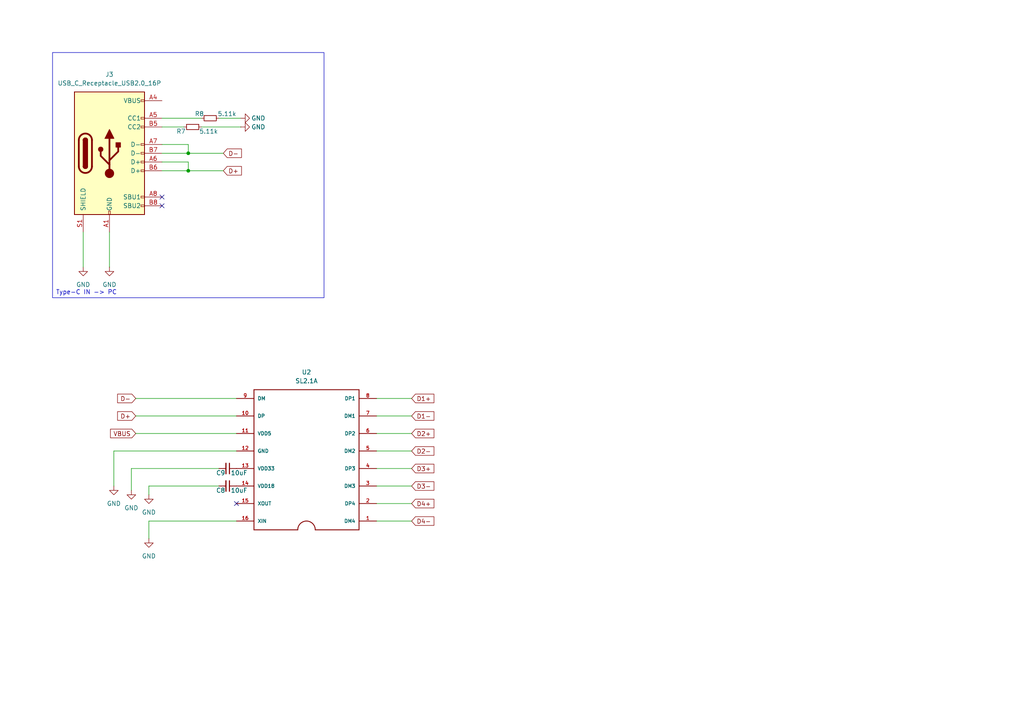
<source format=kicad_sch>
(kicad_sch (version 20231120) (generator "eeschema") (generator_version "8.0")
  (paper "A4")
  (lib_symbols
    (symbol "Connector:USB_C_Receptacle_USB2.0_16P" (pin_names (offset 1.016))
      (property "Reference" "J" (at 0 22.225 0))
      (property "Value" "USB_C_Receptacle_USB2.0_16P" (at 0 19.685 0))
      (symbol "USB_C_Receptacle_USB2.0_16P_0_0"
        (rectangle (start -0.254 -17.78) (end 0.254 -16.764))
        (rectangle (start 10.16 -14.986) (end 9.144 -15.494))
        (rectangle (start 10.16 -12.446) (end 9.144 -12.954))
        (rectangle (start 10.16 -4.826) (end 9.144 -5.334))
        (rectangle (start 10.16 -2.286) (end 9.144 -2.794))
        (rectangle (start 10.16 0.254) (end 9.144 -0.254))
        (rectangle (start 10.16 2.794) (end 9.144 2.286))
        (rectangle (start 10.16 7.874) (end 9.144 7.366))
        (rectangle (start 10.16 10.414) (end 9.144 9.906))
        (rectangle (start 10.16 15.494) (end 9.144 14.986))
      )
      (symbol "USB_C_Receptacle_USB2.0_16P_0_1"
        (rectangle (start -10.16 17.78) (end 10.16 -17.78) (stroke (width 0.254)) (fill (type background)))
        (arc (start -8.89 -3.81) (mid -6.985 -5.7067) (end -5.08 -3.81) (stroke (width 0.508)))
        (arc (start -7.62 -3.81) (mid -6.985 -4.4423) (end -6.35 -3.81) (stroke (width 0.254)))
        (arc (start -7.62 -3.81) (mid -6.985 -4.4423) (end -6.35 -3.81) (stroke (width 0.254)) (fill (type outline)))
        (rectangle (start -7.62 -3.81) (end -6.35 3.81) (stroke (width 0.254)) (fill (type outline)))
        (arc (start -6.35 3.81) (mid -6.985 4.4423) (end -7.62 3.81) (stroke (width 0.254)))
        (arc (start -6.35 3.81) (mid -6.985 4.4423) (end -7.62 3.81) (stroke (width 0.254)) (fill (type outline)))
        (arc (start -5.08 3.81) (mid -6.985 5.7067) (end -8.89 3.81) (stroke (width 0.508)))
        (circle (center -2.54 1.143) (radius 0.635) (stroke (width 0.254)) (fill (type outline)))
        (circle (center 0 -5.842) (radius 1.27) (fill (type outline)))
        (polyline (pts (xy -8.89 -3.81) (xy -8.89 3.81)) (stroke (width 0.508)))
        (polyline (pts (xy -5.08 3.81) (xy -5.08 -3.81)) (stroke (width 0.508)))
        (polyline (pts (xy 0 -5.842) (xy 0 4.318)) (stroke (width 0.508)))
        (polyline (pts (xy 0 -3.302) (xy -2.54 -0.762) (xy -2.54 0.508)) (stroke (width 0.508)))
        (polyline (pts (xy 0 -2.032) (xy 2.54 0.508) (xy 2.54 1.778)) (stroke (width 0.508)))
        (polyline (pts (xy -1.27 4.318) (xy 0 6.858) (xy 1.27 4.318) (xy -1.27 4.318)) (stroke (width 0.254)) (fill (type outline)))
        (rectangle (start 1.905 1.778) (end 3.175 3.048) (stroke (width 0.254)) (fill (type outline)))
      )
      (symbol "USB_C_Receptacle_USB2.0_16P_1_1"
        (pin passive line (at 0 -22.86 90) (length 5.08) (name "GND") (number "A1"))
        (pin passive line (at 0 -22.86 90) (length 5.08) hide (name "GND") (number "A12"))
        (pin passive line (at 15.24 15.24 180) (length 5.08) (name "VBUS") (number "A4"))
        (pin bidirectional line (at 15.24 10.16 180) (length 5.08) (name "CC1") (number "A5"))
        (pin bidirectional line (at 15.24 -2.54 180) (length 5.08) (name "D+") (number "A6"))
        (pin bidirectional line (at 15.24 2.54 180) (length 5.08) (name "D-") (number "A7"))
        (pin bidirectional line (at 15.24 -12.7 180) (length 5.08) (name "SBU1") (number "A8"))
        (pin passive line (at 15.24 15.24 180) (length 5.08) hide (name "VBUS") (number "A9"))
        (pin passive line (at 0 -22.86 90) (length 5.08) hide (name "GND") (number "B1"))
        (pin passive line (at 0 -22.86 90) (length 5.08) hide (name "GND") (number "B12"))
        (pin passive line (at 15.24 15.24 180) (length 5.08) hide (name "VBUS") (number "B4"))
        (pin bidirectional line (at 15.24 7.62 180) (length 5.08) (name "CC2") (number "B5"))
        (pin bidirectional line (at 15.24 -5.08 180) (length 5.08) (name "D+") (number "B6"))
        (pin bidirectional line (at 15.24 0 180) (length 5.08) (name "D-") (number "B7"))
        (pin bidirectional line (at 15.24 -15.24 180) (length 5.08) (name "SBU2") (number "B8"))
        (pin passive line (at 15.24 15.24 180) (length 5.08) hide (name "VBUS") (number "B9"))
        (pin passive line (at -7.62 -22.86 90) (length 5.08) (name "SHIELD") (number "S1"))
      )
    )
    (symbol "Device:C_Small" (pin_numbers hide) (pin_names (offset 0.254) hide)
      (property "Reference" "C" (at 0.254 1.778 0))
      (property "Value" "C_Small" (at 0.254 -2.032 0))
      (symbol "C_Small_0_1"
        (polyline (pts (xy -1.524 -0.508) (xy 1.524 -0.508)) (stroke (width 0.3302)))
        (polyline (pts (xy -1.524 0.508) (xy 1.524 0.508)) (stroke (width 0.3048)))
      )
      (symbol "C_Small_1_1"
        (pin passive line (at 0 2.54 270) (length 2.032) (name "~") (number "1"))
        (pin passive line (at 0 -2.54 90) (length 2.032) (name "~") (number "2"))
      )
    )
    (symbol "Device:R_Small" (pin_numbers hide) (pin_names (offset 0.254) hide)
      (property "Reference" "R" (at 0.762 0.508 0))
      (property "Value" "R_Small" (at 0.762 -1.016 0))
      (symbol "R_Small_0_1"
        (rectangle (start -0.762 1.778) (end 0.762 -1.778) (stroke (width 0.2032)))
      )
      (symbol "R_Small_1_1"
        (pin passive line (at 0 2.54 270) (length 0.762) (name "~") (number "1"))
        (pin passive line (at 0 -2.54 90) (length 0.762) (name "~") (number "2"))
      )
    )
    (symbol "SL2.1A:SL2.1A" (pin_names (offset 1.016))
      (property "Reference" "U" (at 0 22.86 0))
      (property "Value" "SL2.1A" (at 0 -22.86 0))
      (symbol "SL2.1A_0_0"
        (arc (start -2.54 20.32) (mid 0 17.791) (end 2.54 20.32) (stroke (width 0.254)))
        (polyline (pts (xy -15.24 -20.32) (xy 15.24 -20.32)) (stroke (width 0.254)))
        (polyline (pts (xy -15.24 20.32) (xy -15.24 -20.32)) (stroke (width 0.254)))
        (polyline (pts (xy -2.54 20.32) (xy -15.24 20.32)) (stroke (width 0.254)))
        (polyline (pts (xy 15.24 -20.32) (xy 15.24 20.32)) (stroke (width 0.254)))
        (polyline (pts (xy 15.24 20.32) (xy 2.54 20.32)) (stroke (width 0.254)))
        (pin bidirectional line (at -20.32 17.78 0) (length 5.08) (name "DM4") (number "1"))
        (pin bidirectional line (at 20.32 -12.7 180) (length 5.08) (name "DP") (number "10"))
        (pin bidirectional line (at 20.32 -7.62 180) (length 5.08) (name "VDD5") (number "11"))
        (pin bidirectional line (at 20.32 -2.54 180) (length 5.08) (name "GND") (number "12"))
        (pin bidirectional line (at 20.32 2.54 180) (length 5.08) (name "VDD33") (number "13"))
        (pin bidirectional line (at 20.32 7.62 180) (length 5.08) (name "VDD18") (number "14"))
        (pin bidirectional line (at 20.32 12.7 180) (length 5.08) (name "XOUT") (number "15"))
        (pin bidirectional line (at 20.32 17.78 180) (length 5.08) (name "XIN") (number "16"))
        (pin bidirectional line (at -20.32 12.7 0) (length 5.08) (name "DP4") (number "2"))
        (pin bidirectional line (at -20.32 7.62 0) (length 5.08) (name "DM3") (number "3"))
        (pin bidirectional line (at -20.32 2.54 0) (length 5.08) (name "DP3") (number "4"))
        (pin bidirectional line (at -20.32 -2.54 0) (length 5.08) (name "DM2") (number "5"))
        (pin bidirectional line (at -20.32 -7.62 0) (length 5.08) (name "DP2") (number "6"))
        (pin bidirectional line (at -20.32 -12.7 0) (length 5.08) (name "DM1") (number "7"))
        (pin bidirectional line (at -20.32 -17.78 0) (length 5.08) (name "DP1") (number "8"))
        (pin bidirectional line (at 20.32 -17.78 180) (length 5.08) (name "DM") (number "9"))
      )
    )
    (symbol "power:GND" (power) (pin_numbers hide) (pin_names (offset 0) hide)
      (property "Value" "GND" (at 0 -3.81 0))
      (symbol "GND_0_1"
        (polyline (pts (xy 0 0) (xy 0 -1.27) (xy 1.27 -1.27) (xy 0 -2.54) (xy -1.27 -1.27) (xy 0 -1.27)))
      )
      (symbol "GND_1_1"
        (pin power_in line (at 0 0 270) (length 0) (name "~") (number "1"))
      )
    )
  )
  (junction (at 54.61 49.53))
  (junction (at 54.61 44.45))
  (no_connect (at 46.99 57.15))
  (no_connect (at 46.99 59.69))
  (no_connect (at 68.58 146.05))
  (wire (pts (xy 31.75 67.31) (xy 31.75 77.47)))
  (wire (pts (xy 46.99 46.99) (xy 54.61 46.99)))
  (wire (pts (xy 109.22 130.81) (xy 119.38 130.81)))
  (wire (pts (xy 109.22 135.89) (xy 119.38 135.89)))
  (wire (pts (xy 39.37 115.57) (xy 68.58 115.57)))
  (wire (pts (xy 46.99 49.53) (xy 54.61 49.53)))
  (wire (pts (xy 38.1 135.89) (xy 38.1 142.24)))
  (wire (pts (xy 68.58 130.81) (xy 33.02 130.81)))
  (wire (pts (xy 46.99 41.91) (xy 54.61 41.91)))
  (wire (pts (xy 54.61 41.91) (xy 54.61 44.45)))
  (wire (pts (xy 63.5 135.89) (xy 38.1 135.89)))
  (wire (pts (xy 24.13 67.31) (xy 24.13 77.47)))
  (wire (pts (xy 54.61 44.45) (xy 64.77 44.45)))
  (wire (pts (xy 109.22 146.05) (xy 119.38 146.05)))
  (wire (pts (xy 68.58 151.13) (xy 43.18 151.13)))
  (wire (pts (xy 58.42 34.29) (xy 46.99 34.29)))
  (wire (pts (xy 54.61 49.53) (xy 64.77 49.53)))
  (wire (pts (xy 109.22 125.73) (xy 119.38 125.73)))
  (wire (pts (xy 63.5 34.29) (xy 69.85 34.29)))
  (wire (pts (xy 109.22 120.65) (xy 119.38 120.65)))
  (wire (pts (xy 109.22 151.13) (xy 119.38 151.13)))
  (wire (pts (xy 63.5 140.97) (xy 43.18 140.97)))
  (wire (pts (xy 43.18 140.97) (xy 43.18 143.51)))
  (wire (pts (xy 58.42 36.83) (xy 69.85 36.83)))
  (wire (pts (xy 39.37 125.73) (xy 68.58 125.73)))
  (wire (pts (xy 46.99 36.83) (xy 53.34 36.83)))
  (wire (pts (xy 46.99 44.45) (xy 54.61 44.45)))
  (wire (pts (xy 39.37 120.65) (xy 68.58 120.65)))
  (wire (pts (xy 33.02 130.81) (xy 33.02 140.97)))
  (wire (pts (xy 54.61 46.99) (xy 54.61 49.53)))
  (wire (pts (xy 109.22 140.97) (xy 119.38 140.97)))
  (wire (pts (xy 109.22 115.57) (xy 119.38 115.57)))
  (wire (pts (xy 43.18 151.13) (xy 43.18 156.21)))
  (text_box "Type-C IN -> PC" (at 15.24 15.24 0) (size 78.74 71.12) (effects (font (size 1.27 1.27)) (justify left bottom)))
  (global_label "D2+" (shape input) (at 119.38 125.73 0) (property "Intersheetrefs" "${INTERSHEET_REFS}" (effects (hide yes))))
  (global_label "D1-" (shape input) (at 119.38 120.65 0) (property "Intersheetrefs" "${INTERSHEET_REFS}" (effects (hide yes))))
  (global_label "D3-" (shape input) (at 119.38 140.97 0) (property "Intersheetrefs" "${INTERSHEET_REFS}" (effects (hide yes))))
  (global_label "D-" (shape input) (at 64.77 44.45 0) (property "Intersheetrefs" "${INTERSHEET_REFS}" (effects (hide yes))))
  (global_label "D2-" (shape input) (at 119.38 130.81 0) (property "Intersheetrefs" "${INTERSHEET_REFS}" (effects (hide yes))))
  (global_label "D3+" (shape input) (at 119.38 135.89 0) (property "Intersheetrefs" "${INTERSHEET_REFS}" (effects (hide yes))))
  (global_label "D1+" (shape input) (at 119.38 115.57 0) (property "Intersheetrefs" "${INTERSHEET_REFS}" (effects (hide yes))))
  (global_label "D+" (shape input) (at 64.77 49.53 0) (property "Intersheetrefs" "${INTERSHEET_REFS}" (effects (hide yes))))
  (global_label "D4-" (shape input) (at 119.38 151.13 0) (property "Intersheetrefs" "${INTERSHEET_REFS}" (effects (hide yes))))
  (global_label "D4+" (shape input) (at 119.38 146.05 0) (property "Intersheetrefs" "${INTERSHEET_REFS}" (effects (hide yes))))
  (global_label "D-" (shape input) (at 39.37 115.57 180) (property "Intersheetrefs" "${INTERSHEET_REFS}" (effects (hide yes))))
  (global_label "D+" (shape input) (at 39.37 120.65 180) (property "Intersheetrefs" "${INTERSHEET_REFS}" (effects (hide yes))))
  (global_label "VBUS" (shape input) (at 39.37 125.73 180) (property "Intersheetrefs" "${INTERSHEET_REFS}" (effects (hide yes))))
  (symbol (lib_id "power:GND") (at 69.85 34.29 90) (unit 1)
    (property "Reference" "#PWR024" (effects (hide yes)))
    (property "Value" "GND" (at 74.93 34.29 90))
    (property "Description" "Power symbol creates a global label with name \"GND\" , ground" (effects (hide yes)))
  )
  (symbol (lib_id "power:GND") (at 43.18 143.51 0) (unit 1)
    (property "Reference" "#PWR018" (effects (hide yes)))
    (property "Value" "GND" (at 43.18 148.59 0))
    (property "Description" "Power symbol creates a global label with name \"GND\" , ground" (effects (hide yes)))
  )
  (symbol (lib_id "Connector:USB_C_Receptacle_USB2.0_16P") (at 31.75 44.45 0) (unit 1)
    (property "Reference" "J3" (at 31.75 21.59 0))
    (property "Value" "USB_C_Receptacle_USB2.0_16P" (at 31.75 24.13 0))
    (property "Footprint" "Connector_USB:USB_C_Receptacle_GCT_USB4105-xx-A_16P_TopMnt_Horizontal" (effects (hide yes)))
    (property "Datasheet" "https://www.usb.org/sites/default/files/documents/usb_type-c.zip" (effects (hide yes)))
    (property "Description" "USB 2.0-only 16P Type-C Receptacle connector" (effects (hide yes)))
  )
  (symbol (lib_id "Device:C_Small") (at 66.04 140.97 270) (unit 1)
    (property "Reference" "C8" (at 64.008 142.24 90))
    (property "Value" "10uF" (at 69.342 142.24 90))
    (property "Description" "Unpolarized capacitor, small symbol" (effects (hide yes)))
  )
  (symbol (lib_id "power:GND") (at 69.85 36.83 90) (unit 1)
    (property "Reference" "#PWR023" (effects (hide yes)))
    (property "Value" "GND" (at 74.93 36.83 90))
    (property "Description" "Power symbol creates a global label with name \"GND\" , ground" (effects (hide yes)))
  )
  (symbol (lib_id "power:GND") (at 43.18 156.21 0) (unit 1)
    (property "Reference" "#PWR08" (effects (hide yes)))
    (property "Value" "GND" (at 43.18 161.29 0))
    (property "Description" "Power symbol creates a global label with name \"GND\" , ground" (effects (hide yes)))
  )
  (symbol (lib_id "Device:R_Small") (at 55.88 36.83 270) (unit 1)
    (property "Reference" "R7" (at 53.848 38.1 90) (effects (justify right)))
    (property "Value" "5.11k" (at 63.246 38.1 90) (effects (justify right)))
    (property "Footprint" "Resistor_SMD:R_0805_2012Metric" (effects (hide yes)))
    (property "Description" "Resistor, small symbol" (effects (hide yes)))
  )
  (symbol (lib_id "power:GND") (at 38.1 142.24 0) (unit 1)
    (property "Reference" "#PWR019" (effects (hide yes)))
    (property "Value" "GND" (at 38.1 147.32 0))
    (property "Description" "Power symbol creates a global label with name \"GND\" , ground" (effects (hide yes)))
  )
  (symbol (lib_id "power:GND") (at 31.75 77.47 0) (unit 1)
    (property "Reference" "#PWR022" (effects (hide yes)))
    (property "Value" "GND" (at 31.75 82.55 0))
    (property "Description" "Power symbol creates a global label with name \"GND\" , ground" (effects (hide yes)))
  )
  (symbol (lib_id "power:GND") (at 33.02 140.97 0) (unit 1)
    (property "Reference" "#PWR020" (effects (hide yes)))
    (property "Value" "GND" (at 33.02 146.05 0))
    (property "Description" "Power symbol creates a global label with name \"GND\" , ground" (effects (hide yes)))
  )
  (symbol (lib_id "Device:R_Small") (at 60.96 34.29 270) (unit 1)
    (property "Reference" "R8" (at 59.182 33.02 90) (effects (justify right)))
    (property "Value" "5.11k" (at 68.58 33.02 90) (effects (justify right)))
    (property "Footprint" "Resistor_SMD:R_0805_2012Metric" (effects (hide yes)))
    (property "Description" "Resistor, small symbol" (effects (hide yes)))
  )
  (symbol (lib_id "Device:C_Small") (at 66.04 135.89 270) (unit 1)
    (property "Reference" "C9" (at 64.008 137.16 90))
    (property "Value" "10uF" (at 69.342 137.16 90))
    (property "Description" "Unpolarized capacitor, small symbol" (effects (hide yes)))
  )
  (symbol (lib_id "SL2.1A:SL2.1A") (at 88.9 133.35 180) (unit 1)
    (property "Reference" "U2" (at 88.9 107.95 0))
    (property "Value" "SL2.1A" (at 88.9 110.49 0))
    (property "Footprint" "SL2.1A:SO16" (effects (hide yes)))
    (property "MF" "CoreChips ShenZhen CO.,Ltd" (effects (hide yes)))
    (property "Description_1" "\n                        \n                            USB 2.0 HIGH SPEED 4-PORT HUB CONTROLLER \n                        \n" (effects (hide yes)))
    (property "Package" "Package" (effects (hide yes)))
    (property "Price" "None" (effects (hide yes)))
    (property "SnapEDA_Link" "https://www.snapeda.com/parts/SL2.1A/CoreChips+ShenZhen+CO.%252CLtd/view-part/?ref=snap" (effects (hide yes)))
    (property "MP" "SL2.1A" (effects (hide yes)))
    (property "Availability" "Not in stock" (effects (hide yes)))
    (property "Check_prices" "https://www.snapeda.com/parts/SL2.1A/CoreChips+ShenZhen+CO.%252CLtd/view-part/?ref=eda" (effects (hide yes)))
  )
  (symbol (lib_id "power:GND") (at 24.13 77.47 0) (unit 1)
    (property "Reference" "#PWR021" (effects (hide yes)))
    (property "Value" "GND" (at 24.13 82.55 0))
    (property "Description" "Power symbol creates a global label with name \"GND\" , ground" (effects (hide yes)))
  )
)
</source>
